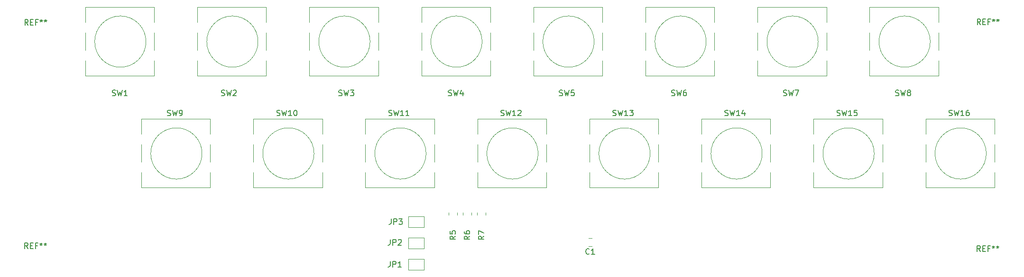
<source format=gbr>
%TF.GenerationSoftware,KiCad,Pcbnew,(6.0.9)*%
%TF.CreationDate,2023-03-19T20:52:38+01:00*%
%TF.ProjectId,PI-keys,50492d6b-6579-4732-9e6b-696361645f70,rev?*%
%TF.SameCoordinates,Original*%
%TF.FileFunction,Legend,Top*%
%TF.FilePolarity,Positive*%
%FSLAX46Y46*%
G04 Gerber Fmt 4.6, Leading zero omitted, Abs format (unit mm)*
G04 Created by KiCad (PCBNEW (6.0.9)) date 2023-03-19 20:52:38*
%MOMM*%
%LPD*%
G01*
G04 APERTURE LIST*
%ADD10C,0.150000*%
%ADD11C,0.120000*%
G04 APERTURE END LIST*
D10*
%TO.C,SW12*%
X134270476Y-115744761D02*
X134413333Y-115792380D01*
X134651428Y-115792380D01*
X134746666Y-115744761D01*
X134794285Y-115697142D01*
X134841904Y-115601904D01*
X134841904Y-115506666D01*
X134794285Y-115411428D01*
X134746666Y-115363809D01*
X134651428Y-115316190D01*
X134460952Y-115268571D01*
X134365714Y-115220952D01*
X134318095Y-115173333D01*
X134270476Y-115078095D01*
X134270476Y-114982857D01*
X134318095Y-114887619D01*
X134365714Y-114840000D01*
X134460952Y-114792380D01*
X134699047Y-114792380D01*
X134841904Y-114840000D01*
X135175238Y-114792380D02*
X135413333Y-115792380D01*
X135603809Y-115078095D01*
X135794285Y-115792380D01*
X136032380Y-114792380D01*
X136937142Y-115792380D02*
X136365714Y-115792380D01*
X136651428Y-115792380D02*
X136651428Y-114792380D01*
X136556190Y-114935238D01*
X136460952Y-115030476D01*
X136365714Y-115078095D01*
X137318095Y-114887619D02*
X137365714Y-114840000D01*
X137460952Y-114792380D01*
X137699047Y-114792380D01*
X137794285Y-114840000D01*
X137841904Y-114887619D01*
X137889523Y-114982857D01*
X137889523Y-115078095D01*
X137841904Y-115220952D01*
X137270476Y-115792380D01*
X137889523Y-115792380D01*
%TO.C,SW13*%
X154270476Y-115744761D02*
X154413333Y-115792380D01*
X154651428Y-115792380D01*
X154746666Y-115744761D01*
X154794285Y-115697142D01*
X154841904Y-115601904D01*
X154841904Y-115506666D01*
X154794285Y-115411428D01*
X154746666Y-115363809D01*
X154651428Y-115316190D01*
X154460952Y-115268571D01*
X154365714Y-115220952D01*
X154318095Y-115173333D01*
X154270476Y-115078095D01*
X154270476Y-114982857D01*
X154318095Y-114887619D01*
X154365714Y-114840000D01*
X154460952Y-114792380D01*
X154699047Y-114792380D01*
X154841904Y-114840000D01*
X155175238Y-114792380D02*
X155413333Y-115792380D01*
X155603809Y-115078095D01*
X155794285Y-115792380D01*
X156032380Y-114792380D01*
X156937142Y-115792380D02*
X156365714Y-115792380D01*
X156651428Y-115792380D02*
X156651428Y-114792380D01*
X156556190Y-114935238D01*
X156460952Y-115030476D01*
X156365714Y-115078095D01*
X157270476Y-114792380D02*
X157889523Y-114792380D01*
X157556190Y-115173333D01*
X157699047Y-115173333D01*
X157794285Y-115220952D01*
X157841904Y-115268571D01*
X157889523Y-115363809D01*
X157889523Y-115601904D01*
X157841904Y-115697142D01*
X157794285Y-115744761D01*
X157699047Y-115792380D01*
X157413333Y-115792380D01*
X157318095Y-115744761D01*
X157270476Y-115697142D01*
%TO.C,REF\u002A\u002A*%
X219906666Y-99512380D02*
X219573333Y-99036190D01*
X219335238Y-99512380D02*
X219335238Y-98512380D01*
X219716190Y-98512380D01*
X219811428Y-98560000D01*
X219859047Y-98607619D01*
X219906666Y-98702857D01*
X219906666Y-98845714D01*
X219859047Y-98940952D01*
X219811428Y-98988571D01*
X219716190Y-99036190D01*
X219335238Y-99036190D01*
X220335238Y-98988571D02*
X220668571Y-98988571D01*
X220811428Y-99512380D02*
X220335238Y-99512380D01*
X220335238Y-98512380D01*
X220811428Y-98512380D01*
X221573333Y-98988571D02*
X221240000Y-98988571D01*
X221240000Y-99512380D02*
X221240000Y-98512380D01*
X221716190Y-98512380D01*
X222240000Y-98512380D02*
X222240000Y-98750476D01*
X222001904Y-98655238D02*
X222240000Y-98750476D01*
X222478095Y-98655238D01*
X222097142Y-98940952D02*
X222240000Y-98750476D01*
X222382857Y-98940952D01*
X223001904Y-98512380D02*
X223001904Y-98750476D01*
X222763809Y-98655238D02*
X223001904Y-98750476D01*
X223240000Y-98655238D01*
X222859047Y-98940952D02*
X223001904Y-98750476D01*
X223144761Y-98940952D01*
X219866666Y-140052380D02*
X219533333Y-139576190D01*
X219295238Y-140052380D02*
X219295238Y-139052380D01*
X219676190Y-139052380D01*
X219771428Y-139100000D01*
X219819047Y-139147619D01*
X219866666Y-139242857D01*
X219866666Y-139385714D01*
X219819047Y-139480952D01*
X219771428Y-139528571D01*
X219676190Y-139576190D01*
X219295238Y-139576190D01*
X220295238Y-139528571D02*
X220628571Y-139528571D01*
X220771428Y-140052380D02*
X220295238Y-140052380D01*
X220295238Y-139052380D01*
X220771428Y-139052380D01*
X221533333Y-139528571D02*
X221200000Y-139528571D01*
X221200000Y-140052380D02*
X221200000Y-139052380D01*
X221676190Y-139052380D01*
X222200000Y-139052380D02*
X222200000Y-139290476D01*
X221961904Y-139195238D02*
X222200000Y-139290476D01*
X222438095Y-139195238D01*
X222057142Y-139480952D02*
X222200000Y-139290476D01*
X222342857Y-139480952D01*
X222961904Y-139052380D02*
X222961904Y-139290476D01*
X222723809Y-139195238D02*
X222961904Y-139290476D01*
X223200000Y-139195238D01*
X222819047Y-139480952D02*
X222961904Y-139290476D01*
X223104761Y-139480952D01*
X49866666Y-139552380D02*
X49533333Y-139076190D01*
X49295238Y-139552380D02*
X49295238Y-138552380D01*
X49676190Y-138552380D01*
X49771428Y-138600000D01*
X49819047Y-138647619D01*
X49866666Y-138742857D01*
X49866666Y-138885714D01*
X49819047Y-138980952D01*
X49771428Y-139028571D01*
X49676190Y-139076190D01*
X49295238Y-139076190D01*
X50295238Y-139028571D02*
X50628571Y-139028571D01*
X50771428Y-139552380D02*
X50295238Y-139552380D01*
X50295238Y-138552380D01*
X50771428Y-138552380D01*
X51533333Y-139028571D02*
X51200000Y-139028571D01*
X51200000Y-139552380D02*
X51200000Y-138552380D01*
X51676190Y-138552380D01*
X52200000Y-138552380D02*
X52200000Y-138790476D01*
X51961904Y-138695238D02*
X52200000Y-138790476D01*
X52438095Y-138695238D01*
X52057142Y-138980952D02*
X52200000Y-138790476D01*
X52342857Y-138980952D01*
X52961904Y-138552380D02*
X52961904Y-138790476D01*
X52723809Y-138695238D02*
X52961904Y-138790476D01*
X53200000Y-138695238D01*
X52819047Y-138980952D02*
X52961904Y-138790476D01*
X53104761Y-138980952D01*
X49886666Y-99582380D02*
X49553333Y-99106190D01*
X49315238Y-99582380D02*
X49315238Y-98582380D01*
X49696190Y-98582380D01*
X49791428Y-98630000D01*
X49839047Y-98677619D01*
X49886666Y-98772857D01*
X49886666Y-98915714D01*
X49839047Y-99010952D01*
X49791428Y-99058571D01*
X49696190Y-99106190D01*
X49315238Y-99106190D01*
X50315238Y-99058571D02*
X50648571Y-99058571D01*
X50791428Y-99582380D02*
X50315238Y-99582380D01*
X50315238Y-98582380D01*
X50791428Y-98582380D01*
X51553333Y-99058571D02*
X51220000Y-99058571D01*
X51220000Y-99582380D02*
X51220000Y-98582380D01*
X51696190Y-98582380D01*
X52220000Y-98582380D02*
X52220000Y-98820476D01*
X51981904Y-98725238D02*
X52220000Y-98820476D01*
X52458095Y-98725238D01*
X52077142Y-99010952D02*
X52220000Y-98820476D01*
X52362857Y-99010952D01*
X52981904Y-98582380D02*
X52981904Y-98820476D01*
X52743809Y-98725238D02*
X52981904Y-98820476D01*
X53220000Y-98725238D01*
X52839047Y-99010952D02*
X52981904Y-98820476D01*
X53124761Y-99010952D01*
%TO.C,SW16*%
X214270476Y-115744761D02*
X214413333Y-115792380D01*
X214651428Y-115792380D01*
X214746666Y-115744761D01*
X214794285Y-115697142D01*
X214841904Y-115601904D01*
X214841904Y-115506666D01*
X214794285Y-115411428D01*
X214746666Y-115363809D01*
X214651428Y-115316190D01*
X214460952Y-115268571D01*
X214365714Y-115220952D01*
X214318095Y-115173333D01*
X214270476Y-115078095D01*
X214270476Y-114982857D01*
X214318095Y-114887619D01*
X214365714Y-114840000D01*
X214460952Y-114792380D01*
X214699047Y-114792380D01*
X214841904Y-114840000D01*
X215175238Y-114792380D02*
X215413333Y-115792380D01*
X215603809Y-115078095D01*
X215794285Y-115792380D01*
X216032380Y-114792380D01*
X216937142Y-115792380D02*
X216365714Y-115792380D01*
X216651428Y-115792380D02*
X216651428Y-114792380D01*
X216556190Y-114935238D01*
X216460952Y-115030476D01*
X216365714Y-115078095D01*
X217794285Y-114792380D02*
X217603809Y-114792380D01*
X217508571Y-114840000D01*
X217460952Y-114887619D01*
X217365714Y-115030476D01*
X217318095Y-115220952D01*
X217318095Y-115601904D01*
X217365714Y-115697142D01*
X217413333Y-115744761D01*
X217508571Y-115792380D01*
X217699047Y-115792380D01*
X217794285Y-115744761D01*
X217841904Y-115697142D01*
X217889523Y-115601904D01*
X217889523Y-115363809D01*
X217841904Y-115268571D01*
X217794285Y-115220952D01*
X217699047Y-115173333D01*
X217508571Y-115173333D01*
X217413333Y-115220952D01*
X217365714Y-115268571D01*
X217318095Y-115363809D01*
%TO.C,SW15*%
X194270476Y-115744761D02*
X194413333Y-115792380D01*
X194651428Y-115792380D01*
X194746666Y-115744761D01*
X194794285Y-115697142D01*
X194841904Y-115601904D01*
X194841904Y-115506666D01*
X194794285Y-115411428D01*
X194746666Y-115363809D01*
X194651428Y-115316190D01*
X194460952Y-115268571D01*
X194365714Y-115220952D01*
X194318095Y-115173333D01*
X194270476Y-115078095D01*
X194270476Y-114982857D01*
X194318095Y-114887619D01*
X194365714Y-114840000D01*
X194460952Y-114792380D01*
X194699047Y-114792380D01*
X194841904Y-114840000D01*
X195175238Y-114792380D02*
X195413333Y-115792380D01*
X195603809Y-115078095D01*
X195794285Y-115792380D01*
X196032380Y-114792380D01*
X196937142Y-115792380D02*
X196365714Y-115792380D01*
X196651428Y-115792380D02*
X196651428Y-114792380D01*
X196556190Y-114935238D01*
X196460952Y-115030476D01*
X196365714Y-115078095D01*
X197841904Y-114792380D02*
X197365714Y-114792380D01*
X197318095Y-115268571D01*
X197365714Y-115220952D01*
X197460952Y-115173333D01*
X197699047Y-115173333D01*
X197794285Y-115220952D01*
X197841904Y-115268571D01*
X197889523Y-115363809D01*
X197889523Y-115601904D01*
X197841904Y-115697142D01*
X197794285Y-115744761D01*
X197699047Y-115792380D01*
X197460952Y-115792380D01*
X197365714Y-115744761D01*
X197318095Y-115697142D01*
%TO.C,SW14*%
X174270476Y-115744761D02*
X174413333Y-115792380D01*
X174651428Y-115792380D01*
X174746666Y-115744761D01*
X174794285Y-115697142D01*
X174841904Y-115601904D01*
X174841904Y-115506666D01*
X174794285Y-115411428D01*
X174746666Y-115363809D01*
X174651428Y-115316190D01*
X174460952Y-115268571D01*
X174365714Y-115220952D01*
X174318095Y-115173333D01*
X174270476Y-115078095D01*
X174270476Y-114982857D01*
X174318095Y-114887619D01*
X174365714Y-114840000D01*
X174460952Y-114792380D01*
X174699047Y-114792380D01*
X174841904Y-114840000D01*
X175175238Y-114792380D02*
X175413333Y-115792380D01*
X175603809Y-115078095D01*
X175794285Y-115792380D01*
X176032380Y-114792380D01*
X176937142Y-115792380D02*
X176365714Y-115792380D01*
X176651428Y-115792380D02*
X176651428Y-114792380D01*
X176556190Y-114935238D01*
X176460952Y-115030476D01*
X176365714Y-115078095D01*
X177794285Y-115125714D02*
X177794285Y-115792380D01*
X177556190Y-114744761D02*
X177318095Y-115459047D01*
X177937142Y-115459047D01*
%TO.C,SW11*%
X114270476Y-115744761D02*
X114413333Y-115792380D01*
X114651428Y-115792380D01*
X114746666Y-115744761D01*
X114794285Y-115697142D01*
X114841904Y-115601904D01*
X114841904Y-115506666D01*
X114794285Y-115411428D01*
X114746666Y-115363809D01*
X114651428Y-115316190D01*
X114460952Y-115268571D01*
X114365714Y-115220952D01*
X114318095Y-115173333D01*
X114270476Y-115078095D01*
X114270476Y-114982857D01*
X114318095Y-114887619D01*
X114365714Y-114840000D01*
X114460952Y-114792380D01*
X114699047Y-114792380D01*
X114841904Y-114840000D01*
X115175238Y-114792380D02*
X115413333Y-115792380D01*
X115603809Y-115078095D01*
X115794285Y-115792380D01*
X116032380Y-114792380D01*
X116937142Y-115792380D02*
X116365714Y-115792380D01*
X116651428Y-115792380D02*
X116651428Y-114792380D01*
X116556190Y-114935238D01*
X116460952Y-115030476D01*
X116365714Y-115078095D01*
X117889523Y-115792380D02*
X117318095Y-115792380D01*
X117603809Y-115792380D02*
X117603809Y-114792380D01*
X117508571Y-114935238D01*
X117413333Y-115030476D01*
X117318095Y-115078095D01*
%TO.C,SW10*%
X94270476Y-115744761D02*
X94413333Y-115792380D01*
X94651428Y-115792380D01*
X94746666Y-115744761D01*
X94794285Y-115697142D01*
X94841904Y-115601904D01*
X94841904Y-115506666D01*
X94794285Y-115411428D01*
X94746666Y-115363809D01*
X94651428Y-115316190D01*
X94460952Y-115268571D01*
X94365714Y-115220952D01*
X94318095Y-115173333D01*
X94270476Y-115078095D01*
X94270476Y-114982857D01*
X94318095Y-114887619D01*
X94365714Y-114840000D01*
X94460952Y-114792380D01*
X94699047Y-114792380D01*
X94841904Y-114840000D01*
X95175238Y-114792380D02*
X95413333Y-115792380D01*
X95603809Y-115078095D01*
X95794285Y-115792380D01*
X96032380Y-114792380D01*
X96937142Y-115792380D02*
X96365714Y-115792380D01*
X96651428Y-115792380D02*
X96651428Y-114792380D01*
X96556190Y-114935238D01*
X96460952Y-115030476D01*
X96365714Y-115078095D01*
X97556190Y-114792380D02*
X97651428Y-114792380D01*
X97746666Y-114840000D01*
X97794285Y-114887619D01*
X97841904Y-114982857D01*
X97889523Y-115173333D01*
X97889523Y-115411428D01*
X97841904Y-115601904D01*
X97794285Y-115697142D01*
X97746666Y-115744761D01*
X97651428Y-115792380D01*
X97556190Y-115792380D01*
X97460952Y-115744761D01*
X97413333Y-115697142D01*
X97365714Y-115601904D01*
X97318095Y-115411428D01*
X97318095Y-115173333D01*
X97365714Y-114982857D01*
X97413333Y-114887619D01*
X97460952Y-114840000D01*
X97556190Y-114792380D01*
%TO.C,SW9*%
X74746666Y-115744761D02*
X74889523Y-115792380D01*
X75127619Y-115792380D01*
X75222857Y-115744761D01*
X75270476Y-115697142D01*
X75318095Y-115601904D01*
X75318095Y-115506666D01*
X75270476Y-115411428D01*
X75222857Y-115363809D01*
X75127619Y-115316190D01*
X74937142Y-115268571D01*
X74841904Y-115220952D01*
X74794285Y-115173333D01*
X74746666Y-115078095D01*
X74746666Y-114982857D01*
X74794285Y-114887619D01*
X74841904Y-114840000D01*
X74937142Y-114792380D01*
X75175238Y-114792380D01*
X75318095Y-114840000D01*
X75651428Y-114792380D02*
X75889523Y-115792380D01*
X76080000Y-115078095D01*
X76270476Y-115792380D01*
X76508571Y-114792380D01*
X76937142Y-115792380D02*
X77127619Y-115792380D01*
X77222857Y-115744761D01*
X77270476Y-115697142D01*
X77365714Y-115554285D01*
X77413333Y-115363809D01*
X77413333Y-114982857D01*
X77365714Y-114887619D01*
X77318095Y-114840000D01*
X77222857Y-114792380D01*
X77032380Y-114792380D01*
X76937142Y-114840000D01*
X76889523Y-114887619D01*
X76841904Y-114982857D01*
X76841904Y-115220952D01*
X76889523Y-115316190D01*
X76937142Y-115363809D01*
X77032380Y-115411428D01*
X77222857Y-115411428D01*
X77318095Y-115363809D01*
X77365714Y-115316190D01*
X77413333Y-115220952D01*
%TO.C,SW8*%
X204746666Y-112164761D02*
X204889523Y-112212380D01*
X205127619Y-112212380D01*
X205222857Y-112164761D01*
X205270476Y-112117142D01*
X205318095Y-112021904D01*
X205318095Y-111926666D01*
X205270476Y-111831428D01*
X205222857Y-111783809D01*
X205127619Y-111736190D01*
X204937142Y-111688571D01*
X204841904Y-111640952D01*
X204794285Y-111593333D01*
X204746666Y-111498095D01*
X204746666Y-111402857D01*
X204794285Y-111307619D01*
X204841904Y-111260000D01*
X204937142Y-111212380D01*
X205175238Y-111212380D01*
X205318095Y-111260000D01*
X205651428Y-111212380D02*
X205889523Y-112212380D01*
X206080000Y-111498095D01*
X206270476Y-112212380D01*
X206508571Y-111212380D01*
X207032380Y-111640952D02*
X206937142Y-111593333D01*
X206889523Y-111545714D01*
X206841904Y-111450476D01*
X206841904Y-111402857D01*
X206889523Y-111307619D01*
X206937142Y-111260000D01*
X207032380Y-111212380D01*
X207222857Y-111212380D01*
X207318095Y-111260000D01*
X207365714Y-111307619D01*
X207413333Y-111402857D01*
X207413333Y-111450476D01*
X207365714Y-111545714D01*
X207318095Y-111593333D01*
X207222857Y-111640952D01*
X207032380Y-111640952D01*
X206937142Y-111688571D01*
X206889523Y-111736190D01*
X206841904Y-111831428D01*
X206841904Y-112021904D01*
X206889523Y-112117142D01*
X206937142Y-112164761D01*
X207032380Y-112212380D01*
X207222857Y-112212380D01*
X207318095Y-112164761D01*
X207365714Y-112117142D01*
X207413333Y-112021904D01*
X207413333Y-111831428D01*
X207365714Y-111736190D01*
X207318095Y-111688571D01*
X207222857Y-111640952D01*
%TO.C,SW7*%
X184721666Y-112164761D02*
X184864523Y-112212380D01*
X185102619Y-112212380D01*
X185197857Y-112164761D01*
X185245476Y-112117142D01*
X185293095Y-112021904D01*
X185293095Y-111926666D01*
X185245476Y-111831428D01*
X185197857Y-111783809D01*
X185102619Y-111736190D01*
X184912142Y-111688571D01*
X184816904Y-111640952D01*
X184769285Y-111593333D01*
X184721666Y-111498095D01*
X184721666Y-111402857D01*
X184769285Y-111307619D01*
X184816904Y-111260000D01*
X184912142Y-111212380D01*
X185150238Y-111212380D01*
X185293095Y-111260000D01*
X185626428Y-111212380D02*
X185864523Y-112212380D01*
X186055000Y-111498095D01*
X186245476Y-112212380D01*
X186483571Y-111212380D01*
X186769285Y-111212380D02*
X187435952Y-111212380D01*
X187007380Y-112212380D01*
%TO.C,SW6*%
X164746666Y-112164761D02*
X164889523Y-112212380D01*
X165127619Y-112212380D01*
X165222857Y-112164761D01*
X165270476Y-112117142D01*
X165318095Y-112021904D01*
X165318095Y-111926666D01*
X165270476Y-111831428D01*
X165222857Y-111783809D01*
X165127619Y-111736190D01*
X164937142Y-111688571D01*
X164841904Y-111640952D01*
X164794285Y-111593333D01*
X164746666Y-111498095D01*
X164746666Y-111402857D01*
X164794285Y-111307619D01*
X164841904Y-111260000D01*
X164937142Y-111212380D01*
X165175238Y-111212380D01*
X165318095Y-111260000D01*
X165651428Y-111212380D02*
X165889523Y-112212380D01*
X166080000Y-111498095D01*
X166270476Y-112212380D01*
X166508571Y-111212380D01*
X167318095Y-111212380D02*
X167127619Y-111212380D01*
X167032380Y-111260000D01*
X166984761Y-111307619D01*
X166889523Y-111450476D01*
X166841904Y-111640952D01*
X166841904Y-112021904D01*
X166889523Y-112117142D01*
X166937142Y-112164761D01*
X167032380Y-112212380D01*
X167222857Y-112212380D01*
X167318095Y-112164761D01*
X167365714Y-112117142D01*
X167413333Y-112021904D01*
X167413333Y-111783809D01*
X167365714Y-111688571D01*
X167318095Y-111640952D01*
X167222857Y-111593333D01*
X167032380Y-111593333D01*
X166937142Y-111640952D01*
X166889523Y-111688571D01*
X166841904Y-111783809D01*
%TO.C,SW5*%
X144716666Y-112164761D02*
X144859523Y-112212380D01*
X145097619Y-112212380D01*
X145192857Y-112164761D01*
X145240476Y-112117142D01*
X145288095Y-112021904D01*
X145288095Y-111926666D01*
X145240476Y-111831428D01*
X145192857Y-111783809D01*
X145097619Y-111736190D01*
X144907142Y-111688571D01*
X144811904Y-111640952D01*
X144764285Y-111593333D01*
X144716666Y-111498095D01*
X144716666Y-111402857D01*
X144764285Y-111307619D01*
X144811904Y-111260000D01*
X144907142Y-111212380D01*
X145145238Y-111212380D01*
X145288095Y-111260000D01*
X145621428Y-111212380D02*
X145859523Y-112212380D01*
X146050000Y-111498095D01*
X146240476Y-112212380D01*
X146478571Y-111212380D01*
X147335714Y-111212380D02*
X146859523Y-111212380D01*
X146811904Y-111688571D01*
X146859523Y-111640952D01*
X146954761Y-111593333D01*
X147192857Y-111593333D01*
X147288095Y-111640952D01*
X147335714Y-111688571D01*
X147383333Y-111783809D01*
X147383333Y-112021904D01*
X147335714Y-112117142D01*
X147288095Y-112164761D01*
X147192857Y-112212380D01*
X146954761Y-112212380D01*
X146859523Y-112164761D01*
X146811904Y-112117142D01*
%TO.C,SW4*%
X124916666Y-112164761D02*
X125059523Y-112212380D01*
X125297619Y-112212380D01*
X125392857Y-112164761D01*
X125440476Y-112117142D01*
X125488095Y-112021904D01*
X125488095Y-111926666D01*
X125440476Y-111831428D01*
X125392857Y-111783809D01*
X125297619Y-111736190D01*
X125107142Y-111688571D01*
X125011904Y-111640952D01*
X124964285Y-111593333D01*
X124916666Y-111498095D01*
X124916666Y-111402857D01*
X124964285Y-111307619D01*
X125011904Y-111260000D01*
X125107142Y-111212380D01*
X125345238Y-111212380D01*
X125488095Y-111260000D01*
X125821428Y-111212380D02*
X126059523Y-112212380D01*
X126250000Y-111498095D01*
X126440476Y-112212380D01*
X126678571Y-111212380D01*
X127488095Y-111545714D02*
X127488095Y-112212380D01*
X127250000Y-111164761D02*
X127011904Y-111879047D01*
X127630952Y-111879047D01*
%TO.C,SW3*%
X105346666Y-112164761D02*
X105489523Y-112212380D01*
X105727619Y-112212380D01*
X105822857Y-112164761D01*
X105870476Y-112117142D01*
X105918095Y-112021904D01*
X105918095Y-111926666D01*
X105870476Y-111831428D01*
X105822857Y-111783809D01*
X105727619Y-111736190D01*
X105537142Y-111688571D01*
X105441904Y-111640952D01*
X105394285Y-111593333D01*
X105346666Y-111498095D01*
X105346666Y-111402857D01*
X105394285Y-111307619D01*
X105441904Y-111260000D01*
X105537142Y-111212380D01*
X105775238Y-111212380D01*
X105918095Y-111260000D01*
X106251428Y-111212380D02*
X106489523Y-112212380D01*
X106680000Y-111498095D01*
X106870476Y-112212380D01*
X107108571Y-111212380D01*
X107394285Y-111212380D02*
X108013333Y-111212380D01*
X107680000Y-111593333D01*
X107822857Y-111593333D01*
X107918095Y-111640952D01*
X107965714Y-111688571D01*
X108013333Y-111783809D01*
X108013333Y-112021904D01*
X107965714Y-112117142D01*
X107918095Y-112164761D01*
X107822857Y-112212380D01*
X107537142Y-112212380D01*
X107441904Y-112164761D01*
X107394285Y-112117142D01*
%TO.C,SW2*%
X84391666Y-112164761D02*
X84534523Y-112212380D01*
X84772619Y-112212380D01*
X84867857Y-112164761D01*
X84915476Y-112117142D01*
X84963095Y-112021904D01*
X84963095Y-111926666D01*
X84915476Y-111831428D01*
X84867857Y-111783809D01*
X84772619Y-111736190D01*
X84582142Y-111688571D01*
X84486904Y-111640952D01*
X84439285Y-111593333D01*
X84391666Y-111498095D01*
X84391666Y-111402857D01*
X84439285Y-111307619D01*
X84486904Y-111260000D01*
X84582142Y-111212380D01*
X84820238Y-111212380D01*
X84963095Y-111260000D01*
X85296428Y-111212380D02*
X85534523Y-112212380D01*
X85725000Y-111498095D01*
X85915476Y-112212380D01*
X86153571Y-111212380D01*
X86486904Y-111307619D02*
X86534523Y-111260000D01*
X86629761Y-111212380D01*
X86867857Y-111212380D01*
X86963095Y-111260000D01*
X87010714Y-111307619D01*
X87058333Y-111402857D01*
X87058333Y-111498095D01*
X87010714Y-111640952D01*
X86439285Y-112212380D01*
X87058333Y-112212380D01*
%TO.C,SW1*%
X64916666Y-112164761D02*
X65059523Y-112212380D01*
X65297619Y-112212380D01*
X65392857Y-112164761D01*
X65440476Y-112117142D01*
X65488095Y-112021904D01*
X65488095Y-111926666D01*
X65440476Y-111831428D01*
X65392857Y-111783809D01*
X65297619Y-111736190D01*
X65107142Y-111688571D01*
X65011904Y-111640952D01*
X64964285Y-111593333D01*
X64916666Y-111498095D01*
X64916666Y-111402857D01*
X64964285Y-111307619D01*
X65011904Y-111260000D01*
X65107142Y-111212380D01*
X65345238Y-111212380D01*
X65488095Y-111260000D01*
X65821428Y-111212380D02*
X66059523Y-112212380D01*
X66250000Y-111498095D01*
X66440476Y-112212380D01*
X66678571Y-111212380D01*
X67583333Y-112212380D02*
X67011904Y-112212380D01*
X67297619Y-112212380D02*
X67297619Y-111212380D01*
X67202380Y-111355238D01*
X67107142Y-111450476D01*
X67011904Y-111498095D01*
%TO.C,R7*%
X131262380Y-137326666D02*
X130786190Y-137660000D01*
X131262380Y-137898095D02*
X130262380Y-137898095D01*
X130262380Y-137517142D01*
X130310000Y-137421904D01*
X130357619Y-137374285D01*
X130452857Y-137326666D01*
X130595714Y-137326666D01*
X130690952Y-137374285D01*
X130738571Y-137421904D01*
X130786190Y-137517142D01*
X130786190Y-137898095D01*
X130262380Y-136993333D02*
X130262380Y-136326666D01*
X131262380Y-136755238D01*
%TO.C,R6*%
X128722380Y-137326666D02*
X128246190Y-137660000D01*
X128722380Y-137898095D02*
X127722380Y-137898095D01*
X127722380Y-137517142D01*
X127770000Y-137421904D01*
X127817619Y-137374285D01*
X127912857Y-137326666D01*
X128055714Y-137326666D01*
X128150952Y-137374285D01*
X128198571Y-137421904D01*
X128246190Y-137517142D01*
X128246190Y-137898095D01*
X127722380Y-136469523D02*
X127722380Y-136660000D01*
X127770000Y-136755238D01*
X127817619Y-136802857D01*
X127960476Y-136898095D01*
X128150952Y-136945714D01*
X128531904Y-136945714D01*
X128627142Y-136898095D01*
X128674761Y-136850476D01*
X128722380Y-136755238D01*
X128722380Y-136564761D01*
X128674761Y-136469523D01*
X128627142Y-136421904D01*
X128531904Y-136374285D01*
X128293809Y-136374285D01*
X128198571Y-136421904D01*
X128150952Y-136469523D01*
X128103333Y-136564761D01*
X128103333Y-136755238D01*
X128150952Y-136850476D01*
X128198571Y-136898095D01*
X128293809Y-136945714D01*
%TO.C,R5*%
X126182380Y-137326666D02*
X125706190Y-137660000D01*
X126182380Y-137898095D02*
X125182380Y-137898095D01*
X125182380Y-137517142D01*
X125230000Y-137421904D01*
X125277619Y-137374285D01*
X125372857Y-137326666D01*
X125515714Y-137326666D01*
X125610952Y-137374285D01*
X125658571Y-137421904D01*
X125706190Y-137517142D01*
X125706190Y-137898095D01*
X125182380Y-136421904D02*
X125182380Y-136898095D01*
X125658571Y-136945714D01*
X125610952Y-136898095D01*
X125563333Y-136802857D01*
X125563333Y-136564761D01*
X125610952Y-136469523D01*
X125658571Y-136421904D01*
X125753809Y-136374285D01*
X125991904Y-136374285D01*
X126087142Y-136421904D01*
X126134761Y-136469523D01*
X126182380Y-136564761D01*
X126182380Y-136802857D01*
X126134761Y-136898095D01*
X126087142Y-136945714D01*
%TO.C,JP3*%
X114686666Y-134222380D02*
X114686666Y-134936666D01*
X114639047Y-135079523D01*
X114543809Y-135174761D01*
X114400952Y-135222380D01*
X114305714Y-135222380D01*
X115162857Y-135222380D02*
X115162857Y-134222380D01*
X115543809Y-134222380D01*
X115639047Y-134270000D01*
X115686666Y-134317619D01*
X115734285Y-134412857D01*
X115734285Y-134555714D01*
X115686666Y-134650952D01*
X115639047Y-134698571D01*
X115543809Y-134746190D01*
X115162857Y-134746190D01*
X116067619Y-134222380D02*
X116686666Y-134222380D01*
X116353333Y-134603333D01*
X116496190Y-134603333D01*
X116591428Y-134650952D01*
X116639047Y-134698571D01*
X116686666Y-134793809D01*
X116686666Y-135031904D01*
X116639047Y-135127142D01*
X116591428Y-135174761D01*
X116496190Y-135222380D01*
X116210476Y-135222380D01*
X116115238Y-135174761D01*
X116067619Y-135127142D01*
%TO.C,JP2*%
X114526666Y-137922380D02*
X114526666Y-138636666D01*
X114479047Y-138779523D01*
X114383809Y-138874761D01*
X114240952Y-138922380D01*
X114145714Y-138922380D01*
X115002857Y-138922380D02*
X115002857Y-137922380D01*
X115383809Y-137922380D01*
X115479047Y-137970000D01*
X115526666Y-138017619D01*
X115574285Y-138112857D01*
X115574285Y-138255714D01*
X115526666Y-138350952D01*
X115479047Y-138398571D01*
X115383809Y-138446190D01*
X115002857Y-138446190D01*
X115955238Y-138017619D02*
X116002857Y-137970000D01*
X116098095Y-137922380D01*
X116336190Y-137922380D01*
X116431428Y-137970000D01*
X116479047Y-138017619D01*
X116526666Y-138112857D01*
X116526666Y-138208095D01*
X116479047Y-138350952D01*
X115907619Y-138922380D01*
X116526666Y-138922380D01*
%TO.C,JP1*%
X114506666Y-141842380D02*
X114506666Y-142556666D01*
X114459047Y-142699523D01*
X114363809Y-142794761D01*
X114220952Y-142842380D01*
X114125714Y-142842380D01*
X114982857Y-142842380D02*
X114982857Y-141842380D01*
X115363809Y-141842380D01*
X115459047Y-141890000D01*
X115506666Y-141937619D01*
X115554285Y-142032857D01*
X115554285Y-142175714D01*
X115506666Y-142270952D01*
X115459047Y-142318571D01*
X115363809Y-142366190D01*
X114982857Y-142366190D01*
X116506666Y-142842380D02*
X115935238Y-142842380D01*
X116220952Y-142842380D02*
X116220952Y-141842380D01*
X116125714Y-141985238D01*
X116030476Y-142080476D01*
X115935238Y-142128095D01*
%TO.C,C1*%
X150063333Y-140467142D02*
X150015714Y-140514761D01*
X149872857Y-140562380D01*
X149777619Y-140562380D01*
X149634761Y-140514761D01*
X149539523Y-140419523D01*
X149491904Y-140324285D01*
X149444285Y-140133809D01*
X149444285Y-139990952D01*
X149491904Y-139800476D01*
X149539523Y-139705238D01*
X149634761Y-139610000D01*
X149777619Y-139562380D01*
X149872857Y-139562380D01*
X150015714Y-139610000D01*
X150063333Y-139657619D01*
X151015714Y-140562380D02*
X150444285Y-140562380D01*
X150730000Y-140562380D02*
X150730000Y-139562380D01*
X150634761Y-139705238D01*
X150539523Y-139800476D01*
X150444285Y-139848095D01*
D11*
%TO.C,SW12*%
X142400000Y-116350000D02*
X142400000Y-119070000D01*
X130100000Y-119070000D02*
X130100000Y-116350000D01*
X130100000Y-124070000D02*
X130100000Y-120930000D01*
X130100000Y-116350000D02*
X142400000Y-116350000D01*
X142400000Y-125930000D02*
X142400000Y-128650000D01*
X142400000Y-120930000D02*
X142400000Y-124070000D01*
X142400000Y-128650000D02*
X130100000Y-128650000D01*
X130100000Y-128650000D02*
X130100000Y-125930000D01*
X140929050Y-122540000D02*
G75*
G03*
X140929050Y-122540000I-4579050J0D01*
G01*
%TO.C,SW13*%
X162400000Y-116350000D02*
X162400000Y-119070000D01*
X150100000Y-119070000D02*
X150100000Y-116350000D01*
X150100000Y-124070000D02*
X150100000Y-120930000D01*
X150100000Y-116350000D02*
X162400000Y-116350000D01*
X162400000Y-125930000D02*
X162400000Y-128650000D01*
X162400000Y-120930000D02*
X162400000Y-124070000D01*
X162400000Y-128650000D02*
X150100000Y-128650000D01*
X150100000Y-128650000D02*
X150100000Y-125930000D01*
X160929050Y-122540000D02*
G75*
G03*
X160929050Y-122540000I-4579050J0D01*
G01*
%TO.C,SW16*%
X222400000Y-116350000D02*
X222400000Y-119070000D01*
X210100000Y-119070000D02*
X210100000Y-116350000D01*
X210100000Y-124070000D02*
X210100000Y-120930000D01*
X210100000Y-116350000D02*
X222400000Y-116350000D01*
X222400000Y-125930000D02*
X222400000Y-128650000D01*
X222400000Y-120930000D02*
X222400000Y-124070000D01*
X222400000Y-128650000D02*
X210100000Y-128650000D01*
X210100000Y-128650000D02*
X210100000Y-125930000D01*
X220929050Y-122540000D02*
G75*
G03*
X220929050Y-122540000I-4579050J0D01*
G01*
%TO.C,SW15*%
X202400000Y-116350000D02*
X202400000Y-119070000D01*
X190100000Y-119070000D02*
X190100000Y-116350000D01*
X190100000Y-124070000D02*
X190100000Y-120930000D01*
X190100000Y-116350000D02*
X202400000Y-116350000D01*
X202400000Y-125930000D02*
X202400000Y-128650000D01*
X202400000Y-120930000D02*
X202400000Y-124070000D01*
X202400000Y-128650000D02*
X190100000Y-128650000D01*
X190100000Y-128650000D02*
X190100000Y-125930000D01*
X200929050Y-122540000D02*
G75*
G03*
X200929050Y-122540000I-4579050J0D01*
G01*
%TO.C,SW14*%
X182400000Y-116350000D02*
X182400000Y-119070000D01*
X170100000Y-119070000D02*
X170100000Y-116350000D01*
X170100000Y-124070000D02*
X170100000Y-120930000D01*
X170100000Y-116350000D02*
X182400000Y-116350000D01*
X182400000Y-125930000D02*
X182400000Y-128650000D01*
X182400000Y-120930000D02*
X182400000Y-124070000D01*
X182400000Y-128650000D02*
X170100000Y-128650000D01*
X170100000Y-128650000D02*
X170100000Y-125930000D01*
X180929050Y-122540000D02*
G75*
G03*
X180929050Y-122540000I-4579050J0D01*
G01*
%TO.C,SW11*%
X122400000Y-116350000D02*
X122400000Y-119070000D01*
X110100000Y-119070000D02*
X110100000Y-116350000D01*
X110100000Y-124070000D02*
X110100000Y-120930000D01*
X110100000Y-116350000D02*
X122400000Y-116350000D01*
X122400000Y-125930000D02*
X122400000Y-128650000D01*
X122400000Y-120930000D02*
X122400000Y-124070000D01*
X122400000Y-128650000D02*
X110100000Y-128650000D01*
X110100000Y-128650000D02*
X110100000Y-125930000D01*
X120929050Y-122540000D02*
G75*
G03*
X120929050Y-122540000I-4579050J0D01*
G01*
%TO.C,SW10*%
X102400000Y-116350000D02*
X102400000Y-119070000D01*
X90100000Y-119070000D02*
X90100000Y-116350000D01*
X90100000Y-124070000D02*
X90100000Y-120930000D01*
X90100000Y-116350000D02*
X102400000Y-116350000D01*
X102400000Y-125930000D02*
X102400000Y-128650000D01*
X102400000Y-120930000D02*
X102400000Y-124070000D01*
X102400000Y-128650000D02*
X90100000Y-128650000D01*
X90100000Y-128650000D02*
X90100000Y-125930000D01*
X100929050Y-122540000D02*
G75*
G03*
X100929050Y-122540000I-4579050J0D01*
G01*
%TO.C,SW9*%
X82400000Y-116350000D02*
X82400000Y-119070000D01*
X70100000Y-119070000D02*
X70100000Y-116350000D01*
X70100000Y-124070000D02*
X70100000Y-120930000D01*
X70100000Y-116350000D02*
X82400000Y-116350000D01*
X82400000Y-125930000D02*
X82400000Y-128650000D01*
X82400000Y-120930000D02*
X82400000Y-124070000D01*
X82400000Y-128650000D02*
X70100000Y-128650000D01*
X70100000Y-128650000D02*
X70100000Y-125930000D01*
X80929050Y-122540000D02*
G75*
G03*
X80929050Y-122540000I-4579050J0D01*
G01*
%TO.C,SW8*%
X212400000Y-96350000D02*
X212400000Y-99070000D01*
X200100000Y-99070000D02*
X200100000Y-96350000D01*
X200100000Y-104070000D02*
X200100000Y-100930000D01*
X200100000Y-96350000D02*
X212400000Y-96350000D01*
X212400000Y-105930000D02*
X212400000Y-108650000D01*
X212400000Y-100930000D02*
X212400000Y-104070000D01*
X212400000Y-108650000D02*
X200100000Y-108650000D01*
X200100000Y-108650000D02*
X200100000Y-105930000D01*
X210929050Y-102540000D02*
G75*
G03*
X210929050Y-102540000I-4579050J0D01*
G01*
%TO.C,SW7*%
X192400000Y-96350000D02*
X192400000Y-99070000D01*
X180100000Y-99070000D02*
X180100000Y-96350000D01*
X180100000Y-104070000D02*
X180100000Y-100930000D01*
X180100000Y-96350000D02*
X192400000Y-96350000D01*
X192400000Y-105930000D02*
X192400000Y-108650000D01*
X192400000Y-100930000D02*
X192400000Y-104070000D01*
X192400000Y-108650000D02*
X180100000Y-108650000D01*
X180100000Y-108650000D02*
X180100000Y-105930000D01*
X190929050Y-102540000D02*
G75*
G03*
X190929050Y-102540000I-4579050J0D01*
G01*
%TO.C,SW6*%
X172400000Y-96350000D02*
X172400000Y-99070000D01*
X160100000Y-99070000D02*
X160100000Y-96350000D01*
X160100000Y-104070000D02*
X160100000Y-100930000D01*
X160100000Y-96350000D02*
X172400000Y-96350000D01*
X172400000Y-105930000D02*
X172400000Y-108650000D01*
X172400000Y-100930000D02*
X172400000Y-104070000D01*
X172400000Y-108650000D02*
X160100000Y-108650000D01*
X160100000Y-108650000D02*
X160100000Y-105930000D01*
X170929050Y-102540000D02*
G75*
G03*
X170929050Y-102540000I-4579050J0D01*
G01*
%TO.C,SW5*%
X152400000Y-96350000D02*
X152400000Y-99070000D01*
X140100000Y-99070000D02*
X140100000Y-96350000D01*
X140100000Y-104070000D02*
X140100000Y-100930000D01*
X140100000Y-96350000D02*
X152400000Y-96350000D01*
X152400000Y-105930000D02*
X152400000Y-108650000D01*
X152400000Y-100930000D02*
X152400000Y-104070000D01*
X152400000Y-108650000D02*
X140100000Y-108650000D01*
X140100000Y-108650000D02*
X140100000Y-105930000D01*
X150929050Y-102540000D02*
G75*
G03*
X150929050Y-102540000I-4579050J0D01*
G01*
%TO.C,SW4*%
X132400000Y-96350000D02*
X132400000Y-99070000D01*
X120100000Y-99070000D02*
X120100000Y-96350000D01*
X120100000Y-104070000D02*
X120100000Y-100930000D01*
X120100000Y-96350000D02*
X132400000Y-96350000D01*
X132400000Y-105930000D02*
X132400000Y-108650000D01*
X132400000Y-100930000D02*
X132400000Y-104070000D01*
X132400000Y-108650000D02*
X120100000Y-108650000D01*
X120100000Y-108650000D02*
X120100000Y-105930000D01*
X130929050Y-102540000D02*
G75*
G03*
X130929050Y-102540000I-4579050J0D01*
G01*
%TO.C,SW3*%
X112400000Y-96350000D02*
X112400000Y-99070000D01*
X100100000Y-99070000D02*
X100100000Y-96350000D01*
X100100000Y-104070000D02*
X100100000Y-100930000D01*
X100100000Y-96350000D02*
X112400000Y-96350000D01*
X112400000Y-105930000D02*
X112400000Y-108650000D01*
X112400000Y-100930000D02*
X112400000Y-104070000D01*
X112400000Y-108650000D02*
X100100000Y-108650000D01*
X100100000Y-108650000D02*
X100100000Y-105930000D01*
X110929050Y-102540000D02*
G75*
G03*
X110929050Y-102540000I-4579050J0D01*
G01*
%TO.C,SW2*%
X92400000Y-96350000D02*
X92400000Y-99070000D01*
X80100000Y-99070000D02*
X80100000Y-96350000D01*
X80100000Y-104070000D02*
X80100000Y-100930000D01*
X80100000Y-96350000D02*
X92400000Y-96350000D01*
X92400000Y-105930000D02*
X92400000Y-108650000D01*
X92400000Y-100930000D02*
X92400000Y-104070000D01*
X92400000Y-108650000D02*
X80100000Y-108650000D01*
X80100000Y-108650000D02*
X80100000Y-105930000D01*
X90929050Y-102540000D02*
G75*
G03*
X90929050Y-102540000I-4579050J0D01*
G01*
%TO.C,SW1*%
X70929050Y-102540000D02*
G75*
G03*
X70929050Y-102540000I-4579050J0D01*
G01*
X60100000Y-108650000D02*
X60100000Y-105930000D01*
X72400000Y-108650000D02*
X60100000Y-108650000D01*
X72400000Y-100930000D02*
X72400000Y-104070000D01*
X72400000Y-105930000D02*
X72400000Y-108650000D01*
X60100000Y-96350000D02*
X72400000Y-96350000D01*
X60100000Y-104070000D02*
X60100000Y-100930000D01*
X60100000Y-99070000D02*
X60100000Y-96350000D01*
X72400000Y-96350000D02*
X72400000Y-99070000D01*
%TO.C,R7*%
X131545000Y-133122936D02*
X131545000Y-133577064D01*
X130075000Y-133122936D02*
X130075000Y-133577064D01*
%TO.C,R6*%
X129005000Y-133122936D02*
X129005000Y-133577064D01*
X127535000Y-133122936D02*
X127535000Y-133577064D01*
%TO.C,R5*%
X126465000Y-133122936D02*
X126465000Y-133577064D01*
X124995000Y-133122936D02*
X124995000Y-133577064D01*
%TO.C,JP3*%
X117750000Y-135770000D02*
X117750000Y-133770000D01*
X120550000Y-135770000D02*
X117750000Y-135770000D01*
X120550000Y-133770000D02*
X120550000Y-135770000D01*
X117750000Y-133770000D02*
X120550000Y-133770000D01*
%TO.C,JP2*%
X117750000Y-139580000D02*
X117750000Y-137580000D01*
X120550000Y-139580000D02*
X117750000Y-139580000D01*
X120550000Y-137580000D02*
X120550000Y-139580000D01*
X117750000Y-137580000D02*
X120550000Y-137580000D01*
%TO.C,JP1*%
X117750000Y-143390000D02*
X117750000Y-141390000D01*
X120550000Y-143390000D02*
X117750000Y-143390000D01*
X120550000Y-141390000D02*
X120550000Y-143390000D01*
X117750000Y-141390000D02*
X120550000Y-141390000D01*
%TO.C,C1*%
X150491252Y-139165000D02*
X149968748Y-139165000D01*
X150491252Y-137695000D02*
X149968748Y-137695000D01*
%TD*%
M02*

</source>
